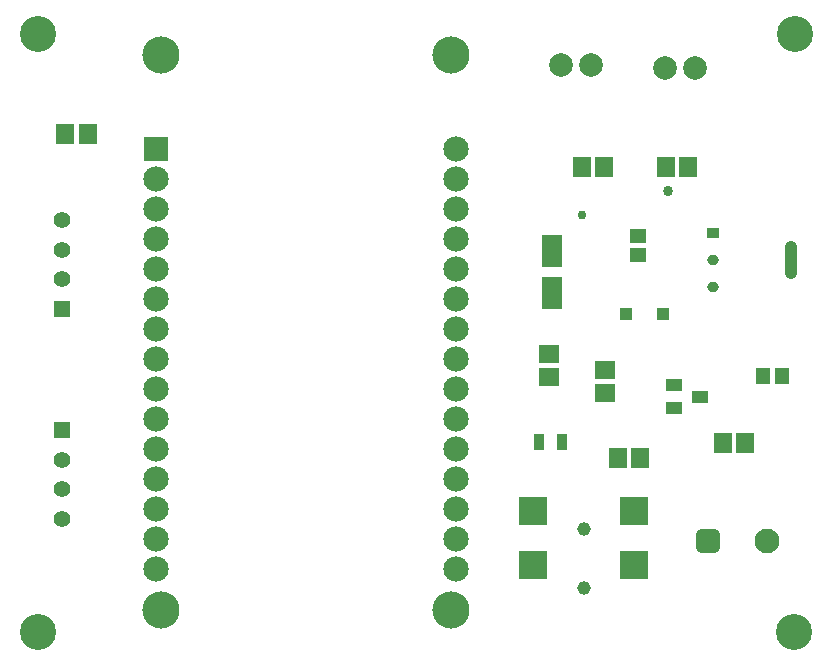
<source format=gts>
G04*
G04 #@! TF.GenerationSoftware,Altium Limited,Altium Designer,24.0.1 (36)*
G04*
G04 Layer_Color=8388736*
%FSLAX44Y44*%
%MOMM*%
G71*
G04*
G04 #@! TF.SameCoordinates,FD3C0853-ED46-42AC-B4CA-2F3423561DDA*
G04*
G04*
G04 #@! TF.FilePolarity,Negative*
G04*
G01*
G75*
%ADD18R,1.4562X1.3046*%
%ADD21R,1.0043X0.8721*%
G04:AMPARAMS|DCode=22|XSize=1.0043mm|YSize=0.8721mm|CornerRadius=0.4361mm|HoleSize=0mm|Usage=FLASHONLY|Rotation=0.000|XOffset=0mm|YOffset=0mm|HoleType=Round|Shape=RoundedRectangle|*
%AMROUNDEDRECTD22*
21,1,1.0043,0.0000,0,0,0.0*
21,1,0.1322,0.8721,0,0,0.0*
1,1,0.8721,0.0661,0.0000*
1,1,0.8721,-0.0661,0.0000*
1,1,0.8721,-0.0661,0.0000*
1,1,0.8721,0.0661,0.0000*
%
%ADD22ROUNDEDRECTD22*%
G04:AMPARAMS|DCode=23|XSize=1.0043mm|YSize=3.1821mm|CornerRadius=0.4369mm|HoleSize=0mm|Usage=FLASHONLY|Rotation=0.000|XOffset=0mm|YOffset=0mm|HoleType=Round|Shape=RoundedRectangle|*
%AMROUNDEDRECTD23*
21,1,1.0043,2.3084,0,0,0.0*
21,1,0.1306,3.1821,0,0,0.0*
1,1,0.8737,0.0653,-1.1542*
1,1,0.8737,-0.0653,-1.1542*
1,1,0.8737,-0.0653,1.1542*
1,1,0.8737,0.0653,1.1542*
%
%ADD23ROUNDEDRECTD23*%
%ADD24R,1.3046X1.4562*%
%ADD26R,0.9500X1.4500*%
%ADD27R,1.4000X1.0000*%
%ADD29R,2.3500X2.3500*%
%ADD30R,1.5500X1.7000*%
%ADD31R,1.7500X2.7500*%
%ADD32R,1.5000X1.7000*%
%ADD33R,1.0500X1.1000*%
%ADD34R,1.7000X1.5000*%
%ADD35C,1.4000*%
%ADD36R,1.4000X1.4000*%
%ADD37C,1.1500*%
G04:AMPARAMS|DCode=38|XSize=2.1mm|YSize=2.1mm|CornerRadius=0.5625mm|HoleSize=0mm|Usage=FLASHONLY|Rotation=0.000|XOffset=0mm|YOffset=0mm|HoleType=Round|Shape=RoundedRectangle|*
%AMROUNDEDRECTD38*
21,1,2.1000,0.9750,0,0,0.0*
21,1,0.9750,2.1000,0,0,0.0*
1,1,1.1250,0.4875,-0.4875*
1,1,1.1250,-0.4875,-0.4875*
1,1,1.1250,-0.4875,0.4875*
1,1,1.1250,0.4875,0.4875*
%
%ADD38ROUNDEDRECTD38*%
%ADD39C,2.1000*%
%ADD40C,3.1500*%
%ADD41C,2.1500*%
%ADD42R,2.1500X2.1500*%
%ADD43C,2.0000*%
%ADD44C,3.0500*%
%ADD45C,0.7500*%
%ADD46C,0.8612*%
D18*
X892810Y926224D02*
D03*
Y942340D02*
D03*
D21*
X956310Y944920D02*
D03*
D22*
Y922020D02*
D03*
Y899120D02*
D03*
D23*
X1022210Y922020D02*
D03*
D24*
X1015168Y824230D02*
D03*
X999052D02*
D03*
D26*
X828490Y768350D02*
D03*
X808990D02*
D03*
D27*
X945720Y806450D02*
D03*
X923720Y796950D02*
D03*
Y815950D02*
D03*
D29*
X889910Y709210D02*
D03*
X803910D02*
D03*
Y664210D02*
D03*
X889910D02*
D03*
D30*
X964590Y767080D02*
D03*
X983590D02*
D03*
X845210Y1000760D02*
D03*
X864210D02*
D03*
X875690Y754380D02*
D03*
X894690D02*
D03*
X916330Y1000760D02*
D03*
X935330D02*
D03*
D31*
X820420Y929860D02*
D03*
Y893860D02*
D03*
D32*
X408080Y1028700D02*
D03*
X427580D02*
D03*
D33*
X882650Y876300D02*
D03*
X914150D02*
D03*
D34*
X864870Y809810D02*
D03*
Y829310D02*
D03*
X817880Y823370D02*
D03*
Y842870D02*
D03*
D35*
X405580Y955710D02*
D03*
Y930710D02*
D03*
Y905710D02*
D03*
Y703110D02*
D03*
Y728110D02*
D03*
Y753110D02*
D03*
D36*
Y880710D02*
D03*
Y778110D02*
D03*
D37*
X846910Y694210D02*
D03*
Y644210D02*
D03*
D38*
X952500Y684530D02*
D03*
D39*
X1002500D02*
D03*
D40*
X489340Y1095600D02*
D03*
X734440D02*
D03*
Y626100D02*
D03*
X489340D02*
D03*
D41*
X739140Y660400D02*
D03*
Y685800D02*
D03*
Y711200D02*
D03*
Y736600D02*
D03*
Y762000D02*
D03*
Y787400D02*
D03*
Y812800D02*
D03*
Y838200D02*
D03*
Y863600D02*
D03*
Y889000D02*
D03*
Y914400D02*
D03*
Y939800D02*
D03*
Y965200D02*
D03*
Y990600D02*
D03*
Y1016000D02*
D03*
X485140Y660400D02*
D03*
Y685800D02*
D03*
Y711200D02*
D03*
Y736600D02*
D03*
Y762000D02*
D03*
Y787400D02*
D03*
Y812800D02*
D03*
Y838200D02*
D03*
Y863600D02*
D03*
Y889000D02*
D03*
Y914400D02*
D03*
Y939800D02*
D03*
Y965200D02*
D03*
Y990600D02*
D03*
D42*
Y1016000D02*
D03*
D43*
X941070Y1084580D02*
D03*
X915670D02*
D03*
X853440Y1087120D02*
D03*
X828040D02*
D03*
D44*
X384810Y1113790D02*
D03*
Y607060D02*
D03*
X1024890D02*
D03*
X1026160Y1113790D02*
D03*
D45*
X845820Y960120D02*
D03*
D46*
X918210Y980440D02*
D03*
M02*

</source>
